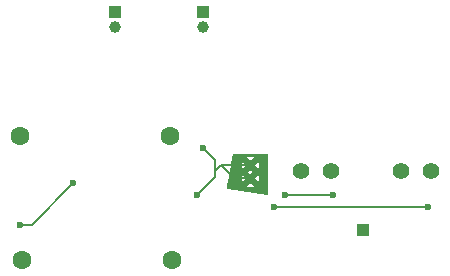
<source format=gbr>
%TF.GenerationSoftware,KiCad,Pcbnew,9.0.6*%
%TF.CreationDate,2025-11-11T17:34:41+05:30*%
%TF.ProjectId,battery_circuit,62617474-6572-4795-9f63-697263756974,rev?*%
%TF.SameCoordinates,Original*%
%TF.FileFunction,Copper,L2,Bot*%
%TF.FilePolarity,Positive*%
%FSLAX46Y46*%
G04 Gerber Fmt 4.6, Leading zero omitted, Abs format (unit mm)*
G04 Created by KiCad (PCBNEW 9.0.6) date 2025-11-11 17:34:41*
%MOMM*%
%LPD*%
G01*
G04 APERTURE LIST*
%TA.AperFunction,ComponentPad*%
%ADD10C,0.499999*%
%TD*%
%TA.AperFunction,ComponentPad*%
%ADD11C,1.400000*%
%TD*%
%TA.AperFunction,ComponentPad*%
%ADD12R,1.000000X1.000000*%
%TD*%
%TA.AperFunction,ComponentPad*%
%ADD13C,1.600000*%
%TD*%
%TA.AperFunction,ComponentPad*%
%ADD14C,1.000000*%
%TD*%
%TA.AperFunction,ViaPad*%
%ADD15C,0.600000*%
%TD*%
%TA.AperFunction,Conductor*%
%ADD16C,0.200000*%
%TD*%
G04 APERTURE END LIST*
D10*
%TO.P,U1,10*%
%TO.N,GND*%
X142000000Y-107000000D03*
%TO.P,U1,11*%
X142000000Y-108099997D03*
%TD*%
D11*
%TO.P,R5,1*%
%TO.N,+3V6*%
X154780000Y-107500000D03*
%TO.P,R5,2*%
%TO.N,Net-(U1-STAT)*%
X157320000Y-107500000D03*
%TD*%
D12*
%TO.P,J3,1,Pin_1*%
%TO.N,Net-(J3-Pin_1)*%
X151500000Y-112500000D03*
%TD*%
D13*
%TO.P,R7,1*%
%TO.N,Net-(J3-Pin_1)*%
X122500000Y-104500000D03*
%TO.P,R7,2*%
%TO.N,Net-(R7-Pad2)*%
X135200000Y-104500000D03*
%TD*%
D12*
%TO.P,J2,1,Pin_1*%
%TO.N,+3V6*%
X130500000Y-94000000D03*
D14*
%TO.P,J2,2,Pin_2*%
%TO.N,GND*%
X130500000Y-95270000D03*
%TD*%
D11*
%TO.P,R4,1*%
%TO.N,+3V6*%
X146280000Y-107500000D03*
%TO.P,R4,2*%
%TO.N,Net-(U1-PG_N)*%
X148820000Y-107500000D03*
%TD*%
D12*
%TO.P,J1,1,Pin_1*%
%TO.N,+3V6*%
X138000000Y-94000000D03*
D14*
%TO.P,J1,2,Pin_2*%
%TO.N,GND*%
X138000000Y-95270000D03*
%TD*%
D13*
%TO.P,R8,1*%
%TO.N,Net-(R7-Pad2)*%
X122650000Y-115000000D03*
%TO.P,R8,2*%
%TO.N,GND*%
X135350000Y-115000000D03*
%TD*%
D15*
%TO.N,GND*%
X137500000Y-109500000D03*
X138000000Y-105500000D03*
%TO.N,Net-(U1-PG_N)*%
X149000000Y-109500000D03*
X144937500Y-109500000D03*
%TO.N,Net-(U1-STAT)*%
X144000000Y-110500000D03*
X157000000Y-110500000D03*
%TO.N,Net-(R7-Pad2)*%
X127000000Y-108500000D03*
X122500000Y-112000000D03*
%TD*%
D16*
%TO.N,GND*%
X142000000Y-108099997D02*
X140599997Y-108099997D01*
X142000000Y-107000000D02*
X139500000Y-107000000D01*
X139000000Y-106500000D02*
X139000000Y-107500000D01*
X140599997Y-108099997D02*
X139500000Y-107000000D01*
X139000000Y-107500000D02*
X139000000Y-108000000D01*
X139000000Y-108000000D02*
X137500000Y-109500000D01*
X139500000Y-107000000D02*
X139000000Y-107500000D01*
X138000000Y-105500000D02*
X139000000Y-106500000D01*
%TO.N,Net-(U1-PG_N)*%
X144937500Y-109500000D02*
X149000000Y-109500000D01*
%TO.N,Net-(U1-STAT)*%
X144000000Y-110500000D02*
X157000000Y-110500000D01*
%TO.N,Net-(R7-Pad2)*%
X127000000Y-108500000D02*
X123500000Y-112000000D01*
X123500000Y-112000000D02*
X122500000Y-112000000D01*
%TD*%
%TA.AperFunction,Conductor*%
%TO.N,GND*%
G36*
X143443039Y-106019685D02*
G01*
X143488794Y-106072489D01*
X143500000Y-106124000D01*
X143500000Y-109357026D01*
X143480315Y-109424065D01*
X143427511Y-109469820D01*
X143358464Y-109479780D01*
X140125642Y-109017948D01*
X140116088Y-109013595D01*
X140105593Y-109013361D01*
X140084840Y-108999358D01*
X140062060Y-108988980D01*
X140056376Y-108980153D01*
X140047674Y-108974282D01*
X140037786Y-108951284D01*
X140024232Y-108930236D01*
X140023490Y-108918036D01*
X140020076Y-108910094D01*
X140020865Y-108874808D01*
X140025001Y-108849996D01*
X140037072Y-108777573D01*
X141675973Y-108777573D01*
X141781232Y-108821173D01*
X141781240Y-108821175D01*
X141926127Y-108849995D01*
X141926131Y-108849996D01*
X142073869Y-108849996D01*
X142073872Y-108849995D01*
X142218759Y-108821175D01*
X142218767Y-108821173D01*
X142324025Y-108777573D01*
X142000001Y-108453549D01*
X142000000Y-108453549D01*
X141675973Y-108777573D01*
X140037072Y-108777573D01*
X140113541Y-108318756D01*
X140162313Y-108026124D01*
X141250001Y-108026124D01*
X141250001Y-108173869D01*
X141278820Y-108318756D01*
X141278823Y-108318765D01*
X141322421Y-108424021D01*
X141646448Y-108099997D01*
X141626239Y-108079788D01*
X141898400Y-108079788D01*
X141898400Y-108120206D01*
X141913868Y-108157549D01*
X141942448Y-108186129D01*
X141979791Y-108201597D01*
X142020209Y-108201597D01*
X142057552Y-108186129D01*
X142086132Y-108157549D01*
X142101600Y-108120206D01*
X142101600Y-108099996D01*
X142353552Y-108099996D01*
X142353552Y-108099998D01*
X142677576Y-108424022D01*
X142721176Y-108318764D01*
X142721178Y-108318756D01*
X142749998Y-108173869D01*
X142749999Y-108173866D01*
X142749999Y-108026128D01*
X142749998Y-108026124D01*
X142721178Y-107881237D01*
X142721176Y-107881229D01*
X142677576Y-107775970D01*
X142353552Y-108099996D01*
X142101600Y-108099996D01*
X142101600Y-108079788D01*
X142086132Y-108042445D01*
X142057552Y-108013865D01*
X142020209Y-107998397D01*
X141979791Y-107998397D01*
X141942448Y-108013865D01*
X141913868Y-108042445D01*
X141898400Y-108079788D01*
X141626239Y-108079788D01*
X141322422Y-107775971D01*
X141278822Y-107881233D01*
X141278820Y-107881237D01*
X141250001Y-108026124D01*
X140162313Y-108026124D01*
X140166725Y-107999651D01*
X140166725Y-107999650D01*
X140241667Y-107549998D01*
X141803553Y-107549998D01*
X141999999Y-107746444D01*
X142196446Y-107549997D01*
X142000001Y-107353552D01*
X141803553Y-107549998D01*
X140241667Y-107549998D01*
X140253625Y-107478250D01*
X140253625Y-107478249D01*
X140345646Y-106926127D01*
X141250001Y-106926127D01*
X141250001Y-107073872D01*
X141278820Y-107218759D01*
X141278823Y-107218768D01*
X141322421Y-107324024D01*
X141646448Y-107000000D01*
X141626239Y-106979791D01*
X141898400Y-106979791D01*
X141898400Y-107020209D01*
X141913868Y-107057552D01*
X141942448Y-107086132D01*
X141979791Y-107101600D01*
X142020209Y-107101600D01*
X142057552Y-107086132D01*
X142086132Y-107057552D01*
X142101600Y-107020209D01*
X142101600Y-106999999D01*
X142353552Y-106999999D01*
X142353552Y-107000001D01*
X142677576Y-107324025D01*
X142721176Y-107218767D01*
X142721178Y-107218759D01*
X142749998Y-107073872D01*
X142749999Y-107073869D01*
X142749999Y-106926131D01*
X142749998Y-106926127D01*
X142721178Y-106781240D01*
X142721176Y-106781232D01*
X142677576Y-106675973D01*
X142353552Y-106999999D01*
X142101600Y-106999999D01*
X142101600Y-106979791D01*
X142086132Y-106942448D01*
X142057552Y-106913868D01*
X142020209Y-106898400D01*
X141979791Y-106898400D01*
X141942448Y-106913868D01*
X141913868Y-106942448D01*
X141898400Y-106979791D01*
X141626239Y-106979791D01*
X141322422Y-106675974D01*
X141278822Y-106781236D01*
X141278820Y-106781240D01*
X141250001Y-106926127D01*
X140345646Y-106926127D01*
X140350058Y-106899654D01*
X140350058Y-106899653D01*
X140442858Y-106342851D01*
X140442858Y-106342850D01*
X140446263Y-106322422D01*
X141675974Y-106322422D01*
X142000000Y-106646448D01*
X142000001Y-106646448D01*
X142324025Y-106322422D01*
X142218768Y-106278823D01*
X142218759Y-106278820D01*
X142073872Y-106250001D01*
X141926127Y-106250001D01*
X141781240Y-106278820D01*
X141781236Y-106278822D01*
X141675974Y-106322422D01*
X140446263Y-106322422D01*
X140453530Y-106278823D01*
X140482731Y-106103614D01*
X140513169Y-106040723D01*
X140572777Y-106004272D01*
X140605044Y-106000000D01*
X143376000Y-106000000D01*
X143443039Y-106019685D01*
G37*
%TD.AperFunction*%
%TD*%
M02*

</source>
